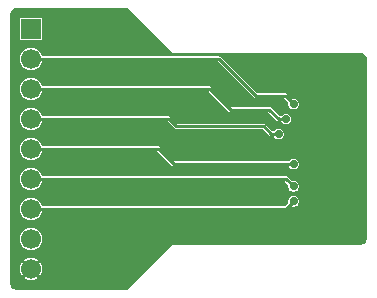
<source format=gbr>
%TF.GenerationSoftware,KiCad,Pcbnew,9.0.2+dfsg-1*%
%TF.CreationDate,2025-06-16T15:36:48+08:00*%
%TF.ProjectId,sd,73642e6b-6963-4616-945f-706362585858,d*%
%TF.SameCoordinates,Original*%
%TF.FileFunction,Copper,L2,Bot*%
%TF.FilePolarity,Positive*%
%FSLAX46Y46*%
G04 Gerber Fmt 4.6, Leading zero omitted, Abs format (unit mm)*
G04 Created by KiCad (PCBNEW 9.0.2+dfsg-1) date 2025-06-16 15:36:48*
%MOMM*%
%LPD*%
G01*
G04 APERTURE LIST*
%TA.AperFunction,ComponentPad*%
%ADD10R,1.700000X1.700000*%
%TD*%
%TA.AperFunction,ComponentPad*%
%ADD11C,1.700000*%
%TD*%
%TA.AperFunction,ViaPad*%
%ADD12C,0.700000*%
%TD*%
%TA.AperFunction,Conductor*%
%ADD13C,0.228600*%
%TD*%
G04 APERTURE END LIST*
D10*
%TO.P,J2,1,Pin_1*%
%TO.N,VCC*%
X147955000Y-85090000D03*
D11*
%TO.P,J2,2,Pin_2*%
%TO.N,/D2*%
X147955000Y-87630000D03*
%TO.P,J2,3,Pin_3*%
%TO.N,/D3*%
X147955000Y-90170000D03*
%TO.P,J2,4,Pin_4*%
%TO.N,/CMD*%
X147955000Y-92710000D03*
%TO.P,J2,5,Pin_5*%
%TO.N,/CLK*%
X147955000Y-95250000D03*
%TO.P,J2,6,Pin_6*%
%TO.N,/D0*%
X147955000Y-97790000D03*
%TO.P,J2,7,Pin_7*%
%TO.N,/D1*%
X147955000Y-100330000D03*
%TO.P,J2,8,Pin_8*%
%TO.N,/DET*%
X147955000Y-102870000D03*
%TO.P,J2,9,Pin_9*%
%TO.N,GND*%
X147955000Y-105410000D03*
%TD*%
D12*
%TO.N,GND*%
X168910000Y-89535000D03*
X156845000Y-105410000D03*
X156845000Y-99060000D03*
X168910000Y-102235000D03*
X170180000Y-102235000D03*
X151765000Y-86995000D03*
X150495000Y-104140000D03*
X150495000Y-88900000D03*
X151765000Y-96520000D03*
X173990000Y-98425000D03*
X155575000Y-105410000D03*
X163830000Y-99060000D03*
X150495000Y-84455000D03*
X150495000Y-96520000D03*
X151765000Y-101600000D03*
X151765000Y-84455000D03*
X150495000Y-86995000D03*
X173990000Y-90805000D03*
X153670000Y-93980000D03*
X167640000Y-102235000D03*
X168275000Y-99060000D03*
X170180000Y-89535000D03*
X154305000Y-105410000D03*
X150495000Y-91440000D03*
X150495000Y-99060000D03*
X151765000Y-104140000D03*
X173990000Y-93345000D03*
X156845000Y-84896400D03*
X151765000Y-91440000D03*
X151765000Y-88900000D03*
X151765000Y-93980000D03*
X165100000Y-90170000D03*
X150495000Y-93980000D03*
X163830000Y-95250000D03*
X163830000Y-92075000D03*
X167640000Y-89535000D03*
X159385000Y-91440000D03*
X173990000Y-100965000D03*
X159385000Y-99060000D03*
X173990000Y-95885000D03*
X168910000Y-91440000D03*
X156845000Y-86995000D03*
X155575000Y-93980000D03*
X159385000Y-93980000D03*
X150495000Y-101600000D03*
X151765000Y-99060000D03*
%TO.N,/CLK*%
X170180000Y-96520000D03*
%TO.N,/D1*%
X170180000Y-99695000D03*
%TO.N,/D3*%
X169545000Y-92710000D03*
%TO.N,/D0*%
X170180000Y-98425000D03*
%TO.N,/CMD*%
X168910000Y-93980000D03*
%TO.N,/D2*%
X170180000Y-91440000D03*
%TD*%
D13*
%TO.N,/CLK*%
X158750000Y-95250000D02*
X160020000Y-96520000D01*
X170180000Y-96520000D02*
X160020000Y-96520000D01*
X147955000Y-95250000D02*
X158750000Y-95250000D01*
%TO.N,/D1*%
X169545000Y-100330000D02*
X147955000Y-100330000D01*
X170180000Y-99695000D02*
X169545000Y-100330000D01*
%TO.N,/D3*%
X164850000Y-91920000D02*
X163100000Y-90170000D01*
X163100000Y-90170000D02*
X147955000Y-90170000D01*
X169545000Y-92710000D02*
X168910000Y-92710000D01*
X168120000Y-91920000D02*
X164850000Y-91920000D01*
X168910000Y-92710000D02*
X168120000Y-91920000D01*
%TO.N,/D0*%
X170180000Y-98425000D02*
X169545000Y-97790000D01*
X169545000Y-97790000D02*
X147955000Y-97790000D01*
%TO.N,/CMD*%
X159625000Y-92710000D02*
X160260000Y-93345000D01*
X167640000Y-93345000D02*
X168275000Y-93980000D01*
X168275000Y-93980000D02*
X168910000Y-93980000D01*
X147955000Y-92710000D02*
X159625000Y-92710000D01*
X160260000Y-93345000D02*
X167640000Y-93345000D01*
%TO.N,/D2*%
X169510000Y-90770000D02*
X167005000Y-90770000D01*
X167005000Y-90770000D02*
X163865000Y-87630000D01*
X170180000Y-91440000D02*
X169510000Y-90770000D01*
X163865000Y-87630000D02*
X147955000Y-87630000D01*
%TD*%
%TA.AperFunction,Conductor*%
%TO.N,GND*%
G36*
X156161018Y-83352252D02*
G01*
X159933387Y-87124621D01*
X159933388Y-87124621D01*
X159933390Y-87124623D01*
X159966309Y-87138258D01*
X159989586Y-87147900D01*
X159989587Y-87147900D01*
X160050414Y-87147900D01*
X175860102Y-87147900D01*
X175891787Y-87147900D01*
X175898183Y-87148319D01*
X176013381Y-87163485D01*
X176025736Y-87166796D01*
X176130091Y-87210021D01*
X176141169Y-87216417D01*
X176230781Y-87285179D01*
X176239820Y-87294218D01*
X176286779Y-87355416D01*
X176308582Y-87383830D01*
X176314978Y-87394908D01*
X176358203Y-87499263D01*
X176361514Y-87511618D01*
X176376681Y-87626817D01*
X176377100Y-87633213D01*
X176377100Y-102866786D01*
X176376681Y-102873182D01*
X176361514Y-102988381D01*
X176358203Y-103000736D01*
X176314978Y-103105091D01*
X176308582Y-103116169D01*
X176239823Y-103205778D01*
X176230778Y-103214823D01*
X176141169Y-103283582D01*
X176130091Y-103289978D01*
X176025736Y-103333203D01*
X176013381Y-103336514D01*
X175898183Y-103351681D01*
X175891787Y-103352100D01*
X159989586Y-103352100D01*
X159966309Y-103361740D01*
X159966309Y-103361741D01*
X159955336Y-103366286D01*
X159933388Y-103375377D01*
X156161018Y-107147748D01*
X156126370Y-107162100D01*
X146688213Y-107162100D01*
X146681817Y-107161681D01*
X146566618Y-107146514D01*
X146554263Y-107143203D01*
X146449908Y-107099978D01*
X146438830Y-107093582D01*
X146386216Y-107053210D01*
X146349218Y-107024820D01*
X146340179Y-107015781D01*
X146271417Y-106926169D01*
X146265021Y-106915091D01*
X146221796Y-106810736D01*
X146218485Y-106798381D01*
X146203319Y-106683182D01*
X146202900Y-106676786D01*
X146202900Y-105316427D01*
X147005000Y-105316427D01*
X147005000Y-105503572D01*
X147041505Y-105687093D01*
X147041510Y-105687112D01*
X147113119Y-105859990D01*
X147213441Y-106010135D01*
X147213442Y-106010135D01*
X147537210Y-105686366D01*
X147554901Y-105717007D01*
X147647993Y-105810099D01*
X147678631Y-105827788D01*
X147354863Y-106151556D01*
X147354863Y-106151557D01*
X147505009Y-106251880D01*
X147677887Y-106323489D01*
X147677906Y-106323494D01*
X147861427Y-106359999D01*
X147861434Y-106360000D01*
X148048566Y-106360000D01*
X148048572Y-106359999D01*
X148232093Y-106323494D01*
X148232112Y-106323489D01*
X148404990Y-106251880D01*
X148555136Y-106151556D01*
X148231367Y-105827788D01*
X148262007Y-105810099D01*
X148355099Y-105717007D01*
X148372788Y-105686367D01*
X148696556Y-106010136D01*
X148796880Y-105859990D01*
X148868489Y-105687112D01*
X148868494Y-105687093D01*
X148904999Y-105503572D01*
X148905000Y-105503565D01*
X148905000Y-105316434D01*
X148904999Y-105316427D01*
X148868494Y-105132906D01*
X148868489Y-105132887D01*
X148796880Y-104960009D01*
X148696557Y-104809863D01*
X148696556Y-104809863D01*
X148372788Y-105133631D01*
X148355099Y-105102993D01*
X148262007Y-105009901D01*
X148231366Y-104992210D01*
X148555135Y-104668442D01*
X148555135Y-104668441D01*
X148404990Y-104568119D01*
X148232112Y-104496510D01*
X148232093Y-104496505D01*
X148048572Y-104460000D01*
X147861427Y-104460000D01*
X147677906Y-104496505D01*
X147677887Y-104496510D01*
X147505005Y-104568120D01*
X147354863Y-104668441D01*
X147354863Y-104668442D01*
X147678632Y-104992211D01*
X147647993Y-105009901D01*
X147554901Y-105102993D01*
X147537211Y-105133632D01*
X147213442Y-104809863D01*
X147213441Y-104809863D01*
X147113120Y-104960005D01*
X147041510Y-105132887D01*
X147041505Y-105132906D01*
X147005000Y-105316427D01*
X146202900Y-105316427D01*
X146202900Y-102776384D01*
X147004500Y-102776384D01*
X147004500Y-102963616D01*
X147011884Y-103000736D01*
X147041026Y-103147248D01*
X147041029Y-103147258D01*
X147112675Y-103320225D01*
X147112676Y-103320227D01*
X147112678Y-103320231D01*
X147216698Y-103475908D01*
X147349092Y-103608302D01*
X147504769Y-103712322D01*
X147504774Y-103712324D01*
X147677741Y-103783970D01*
X147677743Y-103783970D01*
X147677749Y-103783973D01*
X147861384Y-103820500D01*
X147861387Y-103820500D01*
X148048613Y-103820500D01*
X148048616Y-103820500D01*
X148232251Y-103783973D01*
X148405231Y-103712322D01*
X148560908Y-103608302D01*
X148693302Y-103475908D01*
X148797322Y-103320231D01*
X148868973Y-103147251D01*
X148905500Y-102963616D01*
X148905500Y-102776384D01*
X148868973Y-102592749D01*
X148797322Y-102419769D01*
X148693302Y-102264092D01*
X148560908Y-102131698D01*
X148405231Y-102027678D01*
X148405227Y-102027676D01*
X148405225Y-102027675D01*
X148232258Y-101956029D01*
X148232248Y-101956026D01*
X148158194Y-101941296D01*
X148048616Y-101919500D01*
X147861384Y-101919500D01*
X147769986Y-101937680D01*
X147677751Y-101956026D01*
X147677741Y-101956029D01*
X147504774Y-102027675D01*
X147504770Y-102027677D01*
X147504769Y-102027678D01*
X147465195Y-102054120D01*
X147349092Y-102131697D01*
X147216697Y-102264092D01*
X147112675Y-102419774D01*
X147041029Y-102592741D01*
X147041026Y-102592751D01*
X147022680Y-102684986D01*
X147004500Y-102776384D01*
X146202900Y-102776384D01*
X146202900Y-100236384D01*
X147004500Y-100236384D01*
X147004500Y-100423616D01*
X147022100Y-100512098D01*
X147041026Y-100607248D01*
X147041029Y-100607258D01*
X147112675Y-100780225D01*
X147112676Y-100780227D01*
X147112678Y-100780231D01*
X147216698Y-100935908D01*
X147349092Y-101068302D01*
X147504769Y-101172322D01*
X147504774Y-101172324D01*
X147677741Y-101243970D01*
X147677743Y-101243970D01*
X147677749Y-101243973D01*
X147861384Y-101280500D01*
X147861387Y-101280500D01*
X148048613Y-101280500D01*
X148048616Y-101280500D01*
X148232251Y-101243973D01*
X148405231Y-101172322D01*
X148560908Y-101068302D01*
X148693302Y-100935908D01*
X148797322Y-100780231D01*
X148868973Y-100607251D01*
X148869744Y-100603370D01*
X148873551Y-100584240D01*
X148894387Y-100553058D01*
X148921609Y-100544800D01*
X169587724Y-100544800D01*
X169587726Y-100544800D01*
X169643551Y-100521676D01*
X169666675Y-100512098D01*
X170031742Y-100147029D01*
X170066389Y-100132678D01*
X170079072Y-100134348D01*
X170120689Y-100145500D01*
X170120691Y-100145500D01*
X170239311Y-100145500D01*
X170308254Y-100127026D01*
X170353886Y-100114799D01*
X170456613Y-100055489D01*
X170540489Y-99971613D01*
X170599799Y-99868886D01*
X170619348Y-99795928D01*
X170630500Y-99754311D01*
X170630500Y-99635688D01*
X170599799Y-99521115D01*
X170599798Y-99521112D01*
X170540488Y-99418386D01*
X170456613Y-99334511D01*
X170353887Y-99275201D01*
X170353884Y-99275200D01*
X170239312Y-99244500D01*
X170239309Y-99244500D01*
X170120691Y-99244500D01*
X170120688Y-99244500D01*
X170006115Y-99275200D01*
X170006112Y-99275201D01*
X169903386Y-99334511D01*
X169903386Y-99334512D01*
X169819512Y-99418386D01*
X169819511Y-99418386D01*
X169760201Y-99521112D01*
X169760200Y-99521115D01*
X169729500Y-99635688D01*
X169729500Y-99754309D01*
X169740651Y-99795928D01*
X169735755Y-99833110D01*
X169727968Y-99843257D01*
X169470379Y-100100848D01*
X169435731Y-100115200D01*
X148921609Y-100115200D01*
X148886961Y-100100848D01*
X148873551Y-100075760D01*
X148868975Y-100052759D01*
X148868973Y-100052751D01*
X148868973Y-100052749D01*
X148797322Y-99879769D01*
X148693302Y-99724092D01*
X148560908Y-99591698D01*
X148405231Y-99487678D01*
X148405227Y-99487676D01*
X148405225Y-99487675D01*
X148232258Y-99416029D01*
X148232248Y-99416026D01*
X148158194Y-99401296D01*
X148048616Y-99379500D01*
X147861384Y-99379500D01*
X147769986Y-99397680D01*
X147677751Y-99416026D01*
X147677741Y-99416029D01*
X147504774Y-99487675D01*
X147504770Y-99487677D01*
X147504769Y-99487678D01*
X147465195Y-99514120D01*
X147349092Y-99591697D01*
X147216697Y-99724092D01*
X147112675Y-99879774D01*
X147041029Y-100052741D01*
X147041026Y-100052751D01*
X147028605Y-100115200D01*
X147004500Y-100236384D01*
X146202900Y-100236384D01*
X146202900Y-97696384D01*
X147004500Y-97696384D01*
X147004500Y-97883616D01*
X147022273Y-97972968D01*
X147041026Y-98067248D01*
X147041029Y-98067258D01*
X147112675Y-98240225D01*
X147112676Y-98240227D01*
X147112678Y-98240231D01*
X147216698Y-98395908D01*
X147349092Y-98528302D01*
X147504769Y-98632322D01*
X147504774Y-98632324D01*
X147677741Y-98703970D01*
X147677743Y-98703970D01*
X147677749Y-98703973D01*
X147861384Y-98740500D01*
X147861387Y-98740500D01*
X148048613Y-98740500D01*
X148048616Y-98740500D01*
X148232251Y-98703973D01*
X148405231Y-98632322D01*
X148560908Y-98528302D01*
X148693302Y-98395908D01*
X148797322Y-98240231D01*
X148868973Y-98067251D01*
X148869744Y-98063370D01*
X148873551Y-98044240D01*
X148894387Y-98013058D01*
X148921609Y-98004800D01*
X169435731Y-98004800D01*
X169470379Y-98019152D01*
X169727968Y-98276741D01*
X169742320Y-98311389D01*
X169740651Y-98324070D01*
X169729500Y-98365690D01*
X169729500Y-98484311D01*
X169760200Y-98598884D01*
X169760201Y-98598887D01*
X169819511Y-98701613D01*
X169903387Y-98785489D01*
X170006114Y-98844799D01*
X170034758Y-98852474D01*
X170120688Y-98875500D01*
X170120691Y-98875500D01*
X170239311Y-98875500D01*
X170296597Y-98860149D01*
X170353886Y-98844799D01*
X170456613Y-98785489D01*
X170540489Y-98701613D01*
X170599799Y-98598886D01*
X170618712Y-98528302D01*
X170630500Y-98484311D01*
X170630500Y-98365688D01*
X170599799Y-98251115D01*
X170599798Y-98251112D01*
X170540488Y-98148386D01*
X170456613Y-98064511D01*
X170353887Y-98005201D01*
X170353884Y-98005200D01*
X170239312Y-97974500D01*
X170239309Y-97974500D01*
X170120691Y-97974500D01*
X170120690Y-97974500D01*
X170079071Y-97985651D01*
X170041889Y-97980755D01*
X170031742Y-97972968D01*
X169666677Y-97607903D01*
X169666675Y-97607902D01*
X169643551Y-97598323D01*
X169643550Y-97598322D01*
X169587730Y-97575201D01*
X169587727Y-97575200D01*
X169587726Y-97575200D01*
X169587724Y-97575200D01*
X148921609Y-97575200D01*
X148886961Y-97560848D01*
X148873551Y-97535760D01*
X148868975Y-97512759D01*
X148868973Y-97512751D01*
X148868973Y-97512749D01*
X148797322Y-97339769D01*
X148693302Y-97184092D01*
X148560908Y-97051698D01*
X148405231Y-96947678D01*
X148405227Y-96947676D01*
X148405225Y-96947675D01*
X148232258Y-96876029D01*
X148232248Y-96876026D01*
X148158194Y-96861296D01*
X148048616Y-96839500D01*
X147861384Y-96839500D01*
X147769986Y-96857680D01*
X147677751Y-96876026D01*
X147677741Y-96876029D01*
X147504774Y-96947675D01*
X147504770Y-96947677D01*
X147504769Y-96947678D01*
X147465195Y-96974120D01*
X147349092Y-97051697D01*
X147216697Y-97184092D01*
X147112675Y-97339774D01*
X147041029Y-97512741D01*
X147041026Y-97512751D01*
X147024006Y-97598322D01*
X147004500Y-97696384D01*
X146202900Y-97696384D01*
X146202900Y-95156384D01*
X147004500Y-95156384D01*
X147004500Y-95343616D01*
X147028605Y-95464800D01*
X147041026Y-95527248D01*
X147041029Y-95527258D01*
X147112675Y-95700225D01*
X147112676Y-95700227D01*
X147112678Y-95700231D01*
X147216698Y-95855908D01*
X147349092Y-95988302D01*
X147504769Y-96092322D01*
X147536723Y-96105557D01*
X147677741Y-96163970D01*
X147677743Y-96163970D01*
X147677749Y-96163973D01*
X147861384Y-96200500D01*
X147861387Y-96200500D01*
X148048613Y-96200500D01*
X148048616Y-96200500D01*
X148232251Y-96163973D01*
X148405231Y-96092322D01*
X148560908Y-95988302D01*
X148693302Y-95855908D01*
X148797322Y-95700231D01*
X148868973Y-95527251D01*
X148869744Y-95523370D01*
X148873551Y-95504240D01*
X148894387Y-95473058D01*
X148921609Y-95464800D01*
X158640731Y-95464800D01*
X158675379Y-95479152D01*
X159898322Y-96702096D01*
X159898323Y-96702097D01*
X159898324Y-96702097D01*
X159898325Y-96702098D01*
X159921448Y-96711676D01*
X159977274Y-96734800D01*
X169755533Y-96734800D01*
X169790181Y-96749152D01*
X169797966Y-96759296D01*
X169819511Y-96796613D01*
X169903387Y-96880489D01*
X170006114Y-96939799D01*
X170034758Y-96947474D01*
X170120688Y-96970500D01*
X170120691Y-96970500D01*
X170239311Y-96970500D01*
X170296597Y-96955149D01*
X170353886Y-96939799D01*
X170456613Y-96880489D01*
X170540489Y-96796613D01*
X170599799Y-96693886D01*
X170615149Y-96636597D01*
X170630500Y-96579311D01*
X170630500Y-96460688D01*
X170599799Y-96346115D01*
X170599798Y-96346112D01*
X170540488Y-96243386D01*
X170456613Y-96159511D01*
X170353887Y-96100201D01*
X170353884Y-96100200D01*
X170239312Y-96069500D01*
X170239309Y-96069500D01*
X170120691Y-96069500D01*
X170120688Y-96069500D01*
X170006115Y-96100200D01*
X170006112Y-96100201D01*
X169903386Y-96159511D01*
X169903386Y-96159512D01*
X169819513Y-96243384D01*
X169797968Y-96280701D01*
X169768214Y-96303531D01*
X169755533Y-96305200D01*
X160129269Y-96305200D01*
X160094621Y-96290848D01*
X158871677Y-95067903D01*
X158871675Y-95067902D01*
X158848551Y-95058323D01*
X158848550Y-95058322D01*
X158792730Y-95035201D01*
X158792727Y-95035200D01*
X158792726Y-95035200D01*
X158792724Y-95035200D01*
X148921609Y-95035200D01*
X148886961Y-95020848D01*
X148873551Y-94995760D01*
X148868975Y-94972759D01*
X148868973Y-94972751D01*
X148868973Y-94972749D01*
X148797322Y-94799769D01*
X148693302Y-94644092D01*
X148560908Y-94511698D01*
X148405231Y-94407678D01*
X148405227Y-94407676D01*
X148405225Y-94407675D01*
X148232258Y-94336029D01*
X148232248Y-94336026D01*
X148158194Y-94321296D01*
X148048616Y-94299500D01*
X147861384Y-94299500D01*
X147769986Y-94317680D01*
X147677751Y-94336026D01*
X147677741Y-94336029D01*
X147504774Y-94407675D01*
X147504770Y-94407677D01*
X147504769Y-94407678D01*
X147465195Y-94434120D01*
X147349092Y-94511697D01*
X147216697Y-94644092D01*
X147112675Y-94799774D01*
X147041029Y-94972741D01*
X147041026Y-94972751D01*
X147024006Y-95058322D01*
X147004500Y-95156384D01*
X146202900Y-95156384D01*
X146202900Y-92616384D01*
X147004500Y-92616384D01*
X147004500Y-92803616D01*
X147028605Y-92924799D01*
X147041026Y-92987248D01*
X147041029Y-92987258D01*
X147112673Y-93160221D01*
X147112675Y-93160225D01*
X147112676Y-93160227D01*
X147112678Y-93160231D01*
X147216698Y-93315908D01*
X147349092Y-93448302D01*
X147504769Y-93552322D01*
X147536723Y-93565557D01*
X147677741Y-93623970D01*
X147677743Y-93623970D01*
X147677749Y-93623973D01*
X147861384Y-93660500D01*
X147861387Y-93660500D01*
X148048613Y-93660500D01*
X148048616Y-93660500D01*
X148232251Y-93623973D01*
X148405231Y-93552322D01*
X148560908Y-93448302D01*
X148693302Y-93315908D01*
X148797322Y-93160231D01*
X148797325Y-93160223D01*
X148797327Y-93160221D01*
X148868970Y-92987258D01*
X148868969Y-92987258D01*
X148868973Y-92987251D01*
X148869744Y-92983370D01*
X148873551Y-92964240D01*
X148894387Y-92933058D01*
X148921609Y-92924800D01*
X159515731Y-92924800D01*
X159550379Y-92939152D01*
X160138323Y-93527097D01*
X160138324Y-93527097D01*
X160138326Y-93527099D01*
X160217274Y-93559800D01*
X167530731Y-93559800D01*
X167565379Y-93574152D01*
X168153323Y-94162097D01*
X168153324Y-94162097D01*
X168153326Y-94162099D01*
X168232274Y-94194800D01*
X168485533Y-94194800D01*
X168520181Y-94209152D01*
X168527966Y-94219296D01*
X168549511Y-94256613D01*
X168633387Y-94340489D01*
X168736114Y-94399799D01*
X168764758Y-94407474D01*
X168850688Y-94430500D01*
X168850691Y-94430500D01*
X168969311Y-94430500D01*
X169026597Y-94415149D01*
X169083886Y-94399799D01*
X169186613Y-94340489D01*
X169270489Y-94256613D01*
X169329799Y-94153886D01*
X169345149Y-94096597D01*
X169360500Y-94039311D01*
X169360500Y-93920688D01*
X169329799Y-93806115D01*
X169329798Y-93806112D01*
X169270488Y-93703386D01*
X169186613Y-93619511D01*
X169083887Y-93560201D01*
X169083884Y-93560200D01*
X168969312Y-93529500D01*
X168969309Y-93529500D01*
X168850691Y-93529500D01*
X168850688Y-93529500D01*
X168736115Y-93560200D01*
X168736112Y-93560201D01*
X168633386Y-93619511D01*
X168633386Y-93619512D01*
X168549513Y-93703384D01*
X168527968Y-93740701D01*
X168498214Y-93763531D01*
X168485533Y-93765200D01*
X168384269Y-93765200D01*
X168349621Y-93750848D01*
X167761677Y-93162903D01*
X167755227Y-93160231D01*
X167738551Y-93153323D01*
X167738550Y-93153322D01*
X167682730Y-93130201D01*
X167682727Y-93130200D01*
X167682726Y-93130200D01*
X167682724Y-93130200D01*
X160369269Y-93130200D01*
X160334621Y-93115848D01*
X159746677Y-92527903D01*
X159746675Y-92527902D01*
X159723551Y-92518323D01*
X159723550Y-92518322D01*
X159667730Y-92495201D01*
X159667727Y-92495200D01*
X159667726Y-92495200D01*
X159667724Y-92495200D01*
X148921609Y-92495200D01*
X148886961Y-92480848D01*
X148873551Y-92455760D01*
X148868975Y-92432759D01*
X148868973Y-92432751D01*
X148868973Y-92432749D01*
X148797322Y-92259769D01*
X148693302Y-92104092D01*
X148560908Y-91971698D01*
X148405231Y-91867678D01*
X148405227Y-91867676D01*
X148405225Y-91867675D01*
X148232258Y-91796029D01*
X148232248Y-91796026D01*
X148158194Y-91781296D01*
X148048616Y-91759500D01*
X147861384Y-91759500D01*
X147769986Y-91777680D01*
X147677751Y-91796026D01*
X147677741Y-91796029D01*
X147504774Y-91867675D01*
X147504770Y-91867677D01*
X147504769Y-91867678D01*
X147465195Y-91894120D01*
X147349092Y-91971697D01*
X147216697Y-92104092D01*
X147112675Y-92259774D01*
X147041029Y-92432741D01*
X147041026Y-92432751D01*
X147024006Y-92518322D01*
X147004500Y-92616384D01*
X146202900Y-92616384D01*
X146202900Y-90076384D01*
X147004500Y-90076384D01*
X147004500Y-90263616D01*
X147028605Y-90384800D01*
X147041026Y-90447248D01*
X147041029Y-90447258D01*
X147112675Y-90620225D01*
X147112676Y-90620227D01*
X147112678Y-90620231D01*
X147216698Y-90775908D01*
X147349092Y-90908302D01*
X147504769Y-91012322D01*
X147536723Y-91025557D01*
X147677741Y-91083970D01*
X147677743Y-91083970D01*
X147677749Y-91083973D01*
X147861384Y-91120500D01*
X147861387Y-91120500D01*
X148048613Y-91120500D01*
X148048616Y-91120500D01*
X148232251Y-91083973D01*
X148405231Y-91012322D01*
X148560908Y-90908302D01*
X148693302Y-90775908D01*
X148797322Y-90620231D01*
X148868973Y-90447251D01*
X148869744Y-90443370D01*
X148873551Y-90424240D01*
X148894387Y-90393058D01*
X148921609Y-90384800D01*
X162990731Y-90384800D01*
X163025379Y-90399152D01*
X164728321Y-92102096D01*
X164728324Y-92102098D01*
X164728325Y-92102099D01*
X164774570Y-92121253D01*
X164774571Y-92121254D01*
X164774572Y-92121254D01*
X164807274Y-92134800D01*
X168010731Y-92134800D01*
X168045379Y-92149152D01*
X168788322Y-92892096D01*
X168788324Y-92892097D01*
X168788326Y-92892099D01*
X168827800Y-92908449D01*
X168867274Y-92924800D01*
X169120533Y-92924800D01*
X169155181Y-92939152D01*
X169162966Y-92949296D01*
X169184511Y-92986613D01*
X169268387Y-93070489D01*
X169371114Y-93129799D01*
X169399758Y-93137474D01*
X169485688Y-93160500D01*
X169485691Y-93160500D01*
X169604311Y-93160500D01*
X169661597Y-93145149D01*
X169718886Y-93129799D01*
X169821613Y-93070489D01*
X169905489Y-92986613D01*
X169964799Y-92883886D01*
X169980149Y-92826597D01*
X169995500Y-92769311D01*
X169995500Y-92650688D01*
X169964799Y-92536115D01*
X169964798Y-92536112D01*
X169905488Y-92433386D01*
X169821613Y-92349511D01*
X169718887Y-92290201D01*
X169718884Y-92290200D01*
X169604312Y-92259500D01*
X169604309Y-92259500D01*
X169485691Y-92259500D01*
X169485688Y-92259500D01*
X169371115Y-92290200D01*
X169371112Y-92290201D01*
X169268386Y-92349511D01*
X169268386Y-92349512D01*
X169184513Y-92433384D01*
X169162968Y-92470701D01*
X169133214Y-92493531D01*
X169120533Y-92495200D01*
X169019269Y-92495200D01*
X168984621Y-92480848D01*
X168241677Y-91737903D01*
X168241675Y-91737902D01*
X168218551Y-91728323D01*
X168218550Y-91728322D01*
X168162730Y-91705201D01*
X168162727Y-91705200D01*
X168162726Y-91705200D01*
X168162724Y-91705200D01*
X164959270Y-91705200D01*
X164924622Y-91690848D01*
X163221677Y-89987903D01*
X163221675Y-89987902D01*
X163198551Y-89978323D01*
X163198550Y-89978322D01*
X163142730Y-89955201D01*
X163142727Y-89955200D01*
X163142726Y-89955200D01*
X163142724Y-89955200D01*
X148921609Y-89955200D01*
X148886961Y-89940848D01*
X148873551Y-89915760D01*
X148868975Y-89892759D01*
X148868973Y-89892751D01*
X148868973Y-89892749D01*
X148797322Y-89719769D01*
X148693302Y-89564092D01*
X148560908Y-89431698D01*
X148405231Y-89327678D01*
X148405227Y-89327676D01*
X148405225Y-89327675D01*
X148232258Y-89256029D01*
X148232248Y-89256026D01*
X148158194Y-89241296D01*
X148048616Y-89219500D01*
X147861384Y-89219500D01*
X147769986Y-89237680D01*
X147677751Y-89256026D01*
X147677741Y-89256029D01*
X147504774Y-89327675D01*
X147504770Y-89327677D01*
X147504769Y-89327678D01*
X147465195Y-89354120D01*
X147349092Y-89431697D01*
X147216697Y-89564092D01*
X147112675Y-89719774D01*
X147041029Y-89892741D01*
X147041026Y-89892751D01*
X147024006Y-89978322D01*
X147004500Y-90076384D01*
X146202900Y-90076384D01*
X146202900Y-87536384D01*
X147004500Y-87536384D01*
X147004500Y-87723616D01*
X147028605Y-87844800D01*
X147041026Y-87907248D01*
X147041029Y-87907258D01*
X147112675Y-88080225D01*
X147112676Y-88080227D01*
X147112678Y-88080231D01*
X147216698Y-88235908D01*
X147349092Y-88368302D01*
X147504769Y-88472322D01*
X147504774Y-88472324D01*
X147677741Y-88543970D01*
X147677743Y-88543970D01*
X147677749Y-88543973D01*
X147861384Y-88580500D01*
X147861387Y-88580500D01*
X148048613Y-88580500D01*
X148048616Y-88580500D01*
X148232251Y-88543973D01*
X148405231Y-88472322D01*
X148560908Y-88368302D01*
X148693302Y-88235908D01*
X148797322Y-88080231D01*
X148868973Y-87907251D01*
X148869744Y-87903370D01*
X148873551Y-87884240D01*
X148894387Y-87853058D01*
X148921609Y-87844800D01*
X163755731Y-87844800D01*
X163790379Y-87859152D01*
X166883323Y-90952097D01*
X166883324Y-90952097D01*
X166883326Y-90952099D01*
X166962274Y-90984800D01*
X167047727Y-90984800D01*
X169400731Y-90984800D01*
X169435379Y-90999152D01*
X169727968Y-91291741D01*
X169742320Y-91326389D01*
X169740651Y-91339070D01*
X169729500Y-91380690D01*
X169729500Y-91499311D01*
X169760200Y-91613884D01*
X169760201Y-91613887D01*
X169804635Y-91690848D01*
X169819511Y-91716613D01*
X169903387Y-91800489D01*
X170006114Y-91859799D01*
X170034758Y-91867474D01*
X170120688Y-91890500D01*
X170120691Y-91890500D01*
X170239311Y-91890500D01*
X170296597Y-91875149D01*
X170353886Y-91859799D01*
X170456613Y-91800489D01*
X170540489Y-91716613D01*
X170599799Y-91613886D01*
X170615149Y-91556597D01*
X170630500Y-91499311D01*
X170630500Y-91380688D01*
X170599799Y-91266115D01*
X170599798Y-91266112D01*
X170540488Y-91163386D01*
X170456613Y-91079511D01*
X170353887Y-91020201D01*
X170353884Y-91020200D01*
X170239312Y-90989500D01*
X170239309Y-90989500D01*
X170120691Y-90989500D01*
X170120690Y-90989500D01*
X170079071Y-91000651D01*
X170041889Y-90995755D01*
X170031742Y-90987968D01*
X169631677Y-90587903D01*
X169631675Y-90587902D01*
X169608551Y-90578323D01*
X169608550Y-90578322D01*
X169552730Y-90555201D01*
X169552727Y-90555200D01*
X169552726Y-90555200D01*
X169552724Y-90555200D01*
X167114269Y-90555200D01*
X167079621Y-90540848D01*
X163986677Y-87447903D01*
X163986675Y-87447902D01*
X163963551Y-87438323D01*
X163963550Y-87438322D01*
X163907730Y-87415201D01*
X163907727Y-87415200D01*
X163907726Y-87415200D01*
X163907724Y-87415200D01*
X148921609Y-87415200D01*
X148886961Y-87400848D01*
X148873551Y-87375760D01*
X148868975Y-87352759D01*
X148868973Y-87352751D01*
X148868973Y-87352749D01*
X148797322Y-87179769D01*
X148693302Y-87024092D01*
X148560908Y-86891698D01*
X148405231Y-86787678D01*
X148405227Y-86787676D01*
X148405225Y-86787675D01*
X148232258Y-86716029D01*
X148232248Y-86716026D01*
X148158194Y-86701296D01*
X148048616Y-86679500D01*
X147861384Y-86679500D01*
X147769986Y-86697680D01*
X147677751Y-86716026D01*
X147677741Y-86716029D01*
X147504774Y-86787675D01*
X147504770Y-86787677D01*
X147504769Y-86787678D01*
X147465195Y-86814120D01*
X147349092Y-86891697D01*
X147216697Y-87024092D01*
X147149527Y-87124621D01*
X147121347Y-87166796D01*
X147112675Y-87179774D01*
X147041029Y-87352741D01*
X147041026Y-87352751D01*
X147024006Y-87438322D01*
X147004500Y-87536384D01*
X146202900Y-87536384D01*
X146202900Y-84230095D01*
X147004500Y-84230095D01*
X147004500Y-85949894D01*
X147004501Y-85949898D01*
X147010331Y-85979213D01*
X147010331Y-85979214D01*
X147010332Y-85979215D01*
X147010332Y-85979216D01*
X147032542Y-86012456D01*
X147032543Y-86012457D01*
X147065787Y-86034669D01*
X147095101Y-86040500D01*
X148814898Y-86040499D01*
X148844213Y-86034669D01*
X148877457Y-86012457D01*
X148899669Y-85979213D01*
X148905500Y-85949899D01*
X148905499Y-84230102D01*
X148899669Y-84200787D01*
X148899667Y-84200784D01*
X148899667Y-84200783D01*
X148877457Y-84167543D01*
X148844212Y-84145330D01*
X148814901Y-84139500D01*
X147095105Y-84139500D01*
X147095104Y-84139500D01*
X147095102Y-84139501D01*
X147065787Y-84145331D01*
X147065786Y-84145331D01*
X147065784Y-84145332D01*
X147065783Y-84145332D01*
X147032543Y-84167542D01*
X147010330Y-84200786D01*
X147010330Y-84200787D01*
X147004500Y-84230095D01*
X146202900Y-84230095D01*
X146202900Y-83823213D01*
X146203319Y-83816817D01*
X146218485Y-83701618D01*
X146221796Y-83689263D01*
X146265021Y-83584908D01*
X146271414Y-83573833D01*
X146340182Y-83484214D01*
X146349214Y-83475182D01*
X146438833Y-83406414D01*
X146449908Y-83400021D01*
X146554263Y-83356796D01*
X146566617Y-83353485D01*
X146681817Y-83338318D01*
X146688213Y-83337900D01*
X146719898Y-83337900D01*
X156126370Y-83337900D01*
X156161018Y-83352252D01*
G37*
%TD.AperFunction*%
%TD*%
M02*

</source>
